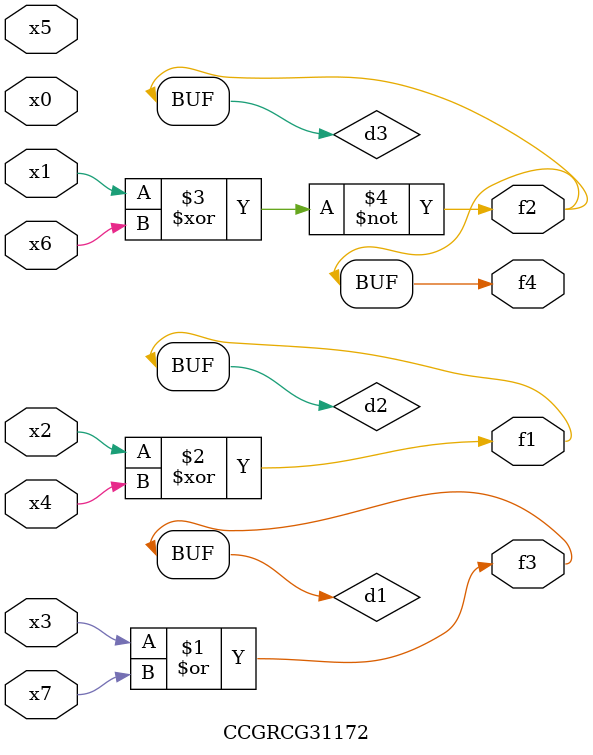
<source format=v>
module CCGRCG31172(
	input x0, x1, x2, x3, x4, x5, x6, x7,
	output f1, f2, f3, f4
);

	wire d1, d2, d3;

	or (d1, x3, x7);
	xor (d2, x2, x4);
	xnor (d3, x1, x6);
	assign f1 = d2;
	assign f2 = d3;
	assign f3 = d1;
	assign f4 = d3;
endmodule

</source>
